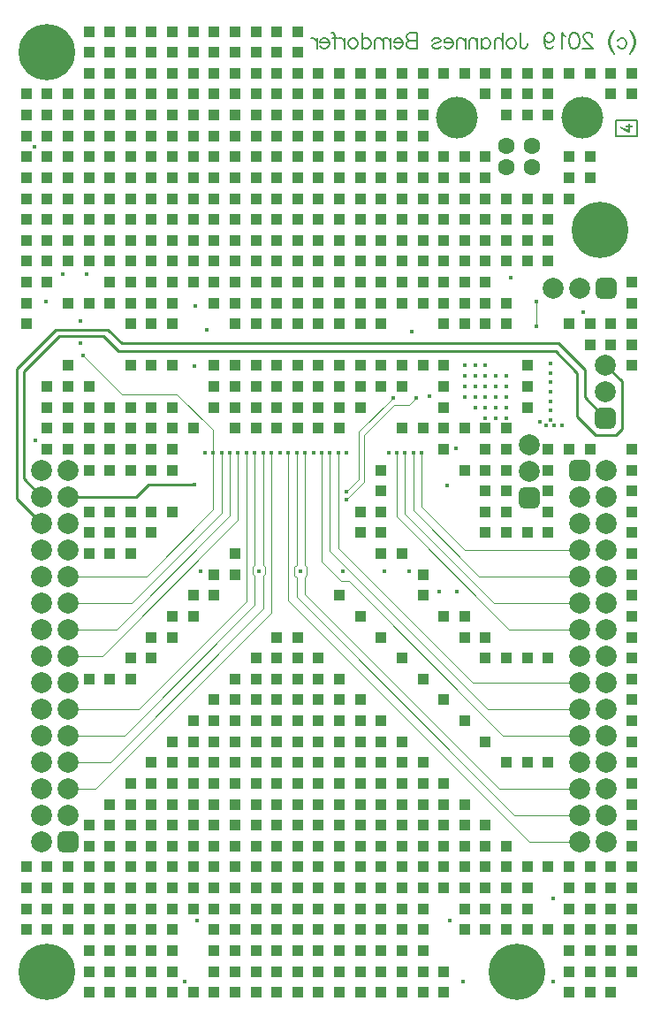
<source format=gbl>
G04*
G04 #@! TF.GenerationSoftware,Altium Limited,Altium Designer,19.0.15 (446)*
G04*
G04 Layer_Physical_Order=4*
G04 Layer_Color=16711680*
%FSLAX44Y44*%
%MOMM*%
G71*
G01*
G75*
%ADD10C,0.2500*%
%ADD11C,0.2000*%
%ADD48R,1.0000X1.0000*%
%ADD49R,1.0000X1.0000*%
%ADD60C,0.1000*%
%ADD62C,5.4000*%
G04:AMPARAMS|DCode=63|XSize=2mm|YSize=2mm|CornerRadius=0.5mm|HoleSize=0mm|Usage=FLASHONLY|Rotation=90.000|XOffset=0mm|YOffset=0mm|HoleType=Round|Shape=RoundedRectangle|*
%AMROUNDEDRECTD63*
21,1,2.0000,1.0000,0,0,90.0*
21,1,1.0000,2.0000,0,0,90.0*
1,1,1.0000,0.5000,0.5000*
1,1,1.0000,0.5000,-0.5000*
1,1,1.0000,-0.5000,-0.5000*
1,1,1.0000,-0.5000,0.5000*
%
%ADD63ROUNDEDRECTD63*%
%ADD64C,2.0000*%
G04:AMPARAMS|DCode=65|XSize=2mm|YSize=2mm|CornerRadius=0.5mm|HoleSize=0mm|Usage=FLASHONLY|Rotation=180.000|XOffset=0mm|YOffset=0mm|HoleType=Round|Shape=RoundedRectangle|*
%AMROUNDEDRECTD65*
21,1,2.0000,1.0000,0,0,180.0*
21,1,1.0000,2.0000,0,0,180.0*
1,1,1.0000,-0.5000,0.5000*
1,1,1.0000,0.5000,0.5000*
1,1,1.0000,0.5000,-0.5000*
1,1,1.0000,-0.5000,-0.5000*
%
%ADD65ROUNDEDRECTD65*%
%ADD66C,4.0000*%
%ADD67C,1.6000*%
%ADD68C,0.4500*%
G36*
X598523Y850052D02*
X601144D01*
Y848013D01*
X598523D01*
Y843478D01*
X596553D01*
X588856Y847056D01*
Y849081D01*
X596650Y845475D01*
Y848013D01*
X594182D01*
Y850052D01*
X596650D01*
Y851522D01*
X598523D01*
Y850052D01*
D02*
G37*
D10*
X17500Y511700D02*
X34600Y494600D01*
X17500Y511700D02*
Y614250D01*
X51250Y648000D01*
X93750D01*
X107900Y633850D01*
X527150D01*
X548000Y613000D01*
Y571250D02*
Y613000D01*
Y571250D02*
X565500Y553750D01*
X584750D01*
X590500Y559500D01*
Y604900D01*
X575000Y620400D02*
X590500Y604900D01*
X530000Y641250D02*
X555000Y616250D01*
Y589600D02*
Y616250D01*
Y589600D02*
X575000Y569600D01*
X111500Y641250D02*
X530000D01*
X98250Y654500D02*
X111500Y641250D01*
X48500Y654500D02*
X98250D01*
X11000Y617000D02*
X48500Y654500D01*
X11000Y492800D02*
Y617000D01*
Y492800D02*
X34600Y469200D01*
X60000Y494600D02*
X125350D01*
X137000Y506250D01*
X181000D01*
D11*
X585000Y840000D02*
Y855000D01*
Y840000D02*
X605000D01*
Y855000D01*
X585000D02*
X605000D01*
X598251Y941353D02*
X599679Y939925D01*
X601108Y937783D01*
X602536Y934926D01*
X603250Y931356D01*
Y928499D01*
X602536Y924928D01*
X601108Y922072D01*
X599679Y919929D01*
X598251Y918501D01*
X599679Y939925D02*
X601108Y937068D01*
X601822Y934926D01*
X602536Y931356D01*
Y928499D01*
X601822Y924928D01*
X601108Y922786D01*
X599679Y919929D01*
X586825Y931356D02*
X588253Y932784D01*
X589682Y933498D01*
X591824D01*
X593252Y932784D01*
X594680Y931356D01*
X595395Y929213D01*
Y927785D01*
X594680Y925642D01*
X593252Y924214D01*
X591824Y923500D01*
X589682D01*
X588253Y924214D01*
X586825Y925642D01*
X583611Y941353D02*
X582183Y939925D01*
X580755Y937783D01*
X579327Y934926D01*
X578612Y931356D01*
Y928499D01*
X579327Y924928D01*
X580755Y922072D01*
X582183Y919929D01*
X583611Y918501D01*
X582183Y939925D02*
X580755Y937068D01*
X580041Y934926D01*
X579327Y931356D01*
Y928499D01*
X580041Y924928D01*
X580755Y922786D01*
X582183Y919929D01*
X562473Y934926D02*
Y935640D01*
X561759Y937068D01*
X561045Y937783D01*
X559617Y938497D01*
X556760D01*
X555332Y937783D01*
X554618Y937068D01*
X553903Y935640D01*
Y934212D01*
X554618Y932784D01*
X556046Y930641D01*
X563187Y923500D01*
X553189D01*
X545548Y938497D02*
X547691Y937783D01*
X549119Y935640D01*
X549833Y932070D01*
Y929927D01*
X549119Y926357D01*
X547691Y924214D01*
X545548Y923500D01*
X544120D01*
X541977Y924214D01*
X540549Y926357D01*
X539835Y929927D01*
Y932070D01*
X540549Y935640D01*
X541977Y937783D01*
X544120Y938497D01*
X545548D01*
X536479Y935640D02*
X535050Y936354D01*
X532908Y938497D01*
Y923500D01*
X516197Y933498D02*
X516911Y931356D01*
X518340Y929927D01*
X520482Y929213D01*
X521196D01*
X523339Y929927D01*
X524767Y931356D01*
X525481Y933498D01*
Y934212D01*
X524767Y936354D01*
X523339Y937783D01*
X521196Y938497D01*
X520482D01*
X518340Y937783D01*
X516911Y936354D01*
X516197Y933498D01*
Y929927D01*
X516911Y926357D01*
X518340Y924214D01*
X520482Y923500D01*
X521910D01*
X524053Y924214D01*
X524767Y925642D01*
X493202Y938497D02*
Y927071D01*
X493916Y924928D01*
X494630Y924214D01*
X496059Y923500D01*
X497487D01*
X498915Y924214D01*
X499629Y924928D01*
X500344Y927071D01*
Y928499D01*
X485775Y933498D02*
X487203Y932784D01*
X488632Y931356D01*
X489346Y929213D01*
Y927785D01*
X488632Y925642D01*
X487203Y924214D01*
X485775Y923500D01*
X483633D01*
X482205Y924214D01*
X480776Y925642D01*
X480062Y927785D01*
Y929213D01*
X480776Y931356D01*
X482205Y932784D01*
X483633Y933498D01*
X485775D01*
X476777Y938497D02*
Y923500D01*
Y930641D02*
X474635Y932784D01*
X473206Y933498D01*
X471064D01*
X469636Y932784D01*
X468922Y930641D01*
Y923500D01*
X456424Y933498D02*
Y923500D01*
Y931356D02*
X457853Y932784D01*
X459281Y933498D01*
X461423D01*
X462852Y932784D01*
X464280Y931356D01*
X464994Y929213D01*
Y927785D01*
X464280Y925642D01*
X462852Y924214D01*
X461423Y923500D01*
X459281D01*
X457853Y924214D01*
X456424Y925642D01*
X452425Y933498D02*
Y923500D01*
Y930641D02*
X450283Y932784D01*
X448855Y933498D01*
X446712D01*
X445284Y932784D01*
X444570Y930641D01*
Y923500D01*
X440642Y933498D02*
Y923500D01*
Y930641D02*
X438500Y932784D01*
X437071Y933498D01*
X434929D01*
X433501Y932784D01*
X432787Y930641D01*
Y923500D01*
X428859Y929213D02*
X420289D01*
Y930641D01*
X421003Y932070D01*
X421717Y932784D01*
X423146Y933498D01*
X425288D01*
X426716Y932784D01*
X428145Y931356D01*
X428859Y929213D01*
Y927785D01*
X428145Y925642D01*
X426716Y924214D01*
X425288Y923500D01*
X423146D01*
X421717Y924214D01*
X420289Y925642D01*
X409220Y931356D02*
X409934Y932784D01*
X412077Y933498D01*
X414219D01*
X416362Y932784D01*
X417076Y931356D01*
X416362Y929927D01*
X414933Y929213D01*
X411363Y928499D01*
X409934Y927785D01*
X409220Y926357D01*
Y925642D01*
X409934Y924214D01*
X412077Y923500D01*
X414219D01*
X416362Y924214D01*
X417076Y925642D01*
X394295Y938497D02*
Y923500D01*
Y938497D02*
X387868D01*
X385725Y937783D01*
X385011Y937068D01*
X384297Y935640D01*
Y934212D01*
X385011Y932784D01*
X385725Y932070D01*
X387868Y931356D01*
X394295D02*
X387868D01*
X385725Y930641D01*
X385011Y929927D01*
X384297Y928499D01*
Y926357D01*
X385011Y924928D01*
X385725Y924214D01*
X387868Y923500D01*
X394295D01*
X380941Y929213D02*
X372371D01*
Y930641D01*
X373085Y932070D01*
X373799Y932784D01*
X375228Y933498D01*
X377370D01*
X378798Y932784D01*
X380226Y931356D01*
X380941Y929213D01*
Y927785D01*
X380226Y925642D01*
X378798Y924214D01*
X377370Y923500D01*
X375228D01*
X373799Y924214D01*
X372371Y925642D01*
X369157Y933498D02*
Y923500D01*
Y929213D02*
X368443Y931356D01*
X367015Y932784D01*
X365587Y933498D01*
X363444D01*
X362087D02*
Y923500D01*
Y930641D02*
X359945Y932784D01*
X358517Y933498D01*
X356374D01*
X354946Y932784D01*
X354232Y930641D01*
Y923500D01*
X341735Y938497D02*
Y923500D01*
Y931356D02*
X343163Y932784D01*
X344591Y933498D01*
X346734D01*
X348162Y932784D01*
X349590Y931356D01*
X350304Y929213D01*
Y927785D01*
X349590Y925642D01*
X348162Y924214D01*
X346734Y923500D01*
X344591D01*
X343163Y924214D01*
X341735Y925642D01*
X334165Y933498D02*
X335593Y932784D01*
X337021Y931356D01*
X337735Y929213D01*
Y927785D01*
X337021Y925642D01*
X335593Y924214D01*
X334165Y923500D01*
X332022D01*
X330594Y924214D01*
X329166Y925642D01*
X328452Y927785D01*
Y929213D01*
X329166Y931356D01*
X330594Y932784D01*
X332022Y933498D01*
X334165D01*
X325167D02*
Y923500D01*
Y929213D02*
X324453Y931356D01*
X323024Y932784D01*
X321596Y933498D01*
X319454D01*
X312384Y938497D02*
X313812D01*
X315240Y937783D01*
X315954Y935640D01*
Y923500D01*
X318097Y933498D02*
X313098D01*
X310241Y929213D02*
X301672D01*
Y930641D01*
X302386Y932070D01*
X303100Y932784D01*
X304528Y933498D01*
X306671D01*
X308099Y932784D01*
X309527Y931356D01*
X310241Y929213D01*
Y927785D01*
X309527Y925642D01*
X308099Y924214D01*
X306671Y923500D01*
X304528D01*
X303100Y924214D01*
X301672Y925642D01*
X298458Y933498D02*
Y923500D01*
Y929213D02*
X297744Y931356D01*
X296316Y932784D01*
X294888Y933498D01*
X292745D01*
D48*
X460000Y480000D02*
D03*
Y500000D02*
D03*
X480000Y480000D02*
D03*
Y500000D02*
D03*
Y520000D02*
D03*
Y540000D02*
D03*
X440000Y520000D02*
D03*
X460000Y540000D02*
D03*
Y520000D02*
D03*
X420000Y540000D02*
D03*
X440000Y560000D02*
D03*
X380000Y600000D02*
D03*
X360000D02*
D03*
X340000D02*
D03*
Y580000D02*
D03*
Y620000D02*
D03*
X360000D02*
D03*
X380000D02*
D03*
X400000D02*
D03*
X420000D02*
D03*
Y600000D02*
D03*
Y560000D02*
D03*
Y580000D02*
D03*
X400000Y560000D02*
D03*
X380000D02*
D03*
X540000Y660000D02*
D03*
X560000D02*
D03*
Y640000D02*
D03*
X580000D02*
D03*
Y660000D02*
D03*
X600000Y700000D02*
D03*
Y680000D02*
D03*
Y620000D02*
D03*
Y640000D02*
D03*
Y660000D02*
D03*
Y880000D02*
D03*
X580000D02*
D03*
X520000D02*
D03*
X500000D02*
D03*
X480000D02*
D03*
X460000D02*
D03*
X480000Y860000D02*
D03*
X520000D02*
D03*
X500000D02*
D03*
X540000Y780000D02*
D03*
Y800000D02*
D03*
Y820000D02*
D03*
X560000D02*
D03*
Y800000D02*
D03*
X140000Y460000D02*
D03*
Y480000D02*
D03*
X160000Y480000D02*
D03*
X120000D02*
D03*
X100000Y480000D02*
D03*
X80000Y480000D02*
D03*
X120000Y460000D02*
D03*
X100000Y460000D02*
D03*
X80000Y460000D02*
D03*
Y440000D02*
D03*
X100000Y440000D02*
D03*
X120000Y440000D02*
D03*
X80000Y320000D02*
D03*
X100000D02*
D03*
X120000D02*
D03*
Y340000D02*
D03*
X140000D02*
D03*
Y360000D02*
D03*
X160000D02*
D03*
Y380000D02*
D03*
X180000D02*
D03*
Y400000D02*
D03*
X200000D02*
D03*
X220000Y440000D02*
D03*
Y420000D02*
D03*
X200000D02*
D03*
X360000Y520000D02*
D03*
Y500000D02*
D03*
Y480000D02*
D03*
X340000D02*
D03*
Y460000D02*
D03*
X400000Y420000D02*
D03*
X360000Y460000D02*
D03*
X380000Y440000D02*
D03*
X360000D02*
D03*
X400000Y400000D02*
D03*
X420000Y380000D02*
D03*
X440000D02*
D03*
X460000Y360000D02*
D03*
X440000D02*
D03*
X460000Y340000D02*
D03*
X480000D02*
D03*
X500000D02*
D03*
X520000D02*
D03*
X480000Y240000D02*
D03*
X500000D02*
D03*
X520000D02*
D03*
X600000Y540000D02*
D03*
Y520000D02*
D03*
Y500000D02*
D03*
Y420000D02*
D03*
Y440000D02*
D03*
Y460000D02*
D03*
Y480000D02*
D03*
Y400000D02*
D03*
Y380000D02*
D03*
Y360000D02*
D03*
Y280000D02*
D03*
Y300000D02*
D03*
Y320000D02*
D03*
Y340000D02*
D03*
Y260000D02*
D03*
Y240000D02*
D03*
Y220000D02*
D03*
Y160000D02*
D03*
Y180000D02*
D03*
Y200000D02*
D03*
Y220000D02*
D03*
Y140000D02*
D03*
Y120000D02*
D03*
Y100000D02*
D03*
Y60000D02*
D03*
Y80000D02*
D03*
X580000Y20000D02*
D03*
Y40000D02*
D03*
Y60000D02*
D03*
X560000Y40000D02*
D03*
Y60000D02*
D03*
X540000Y40000D02*
D03*
Y60000D02*
D03*
X580000Y140000D02*
D03*
X520000D02*
D03*
X540000D02*
D03*
Y120000D02*
D03*
Y100000D02*
D03*
X560000Y140000D02*
D03*
Y120000D02*
D03*
Y100000D02*
D03*
X580000Y120000D02*
D03*
Y100000D02*
D03*
Y80000D02*
D03*
D49*
X60000Y760000D02*
D03*
X40000D02*
D03*
X20000D02*
D03*
X80000D02*
D03*
X60000Y740000D02*
D03*
X40000D02*
D03*
X20000D02*
D03*
X80000D02*
D03*
X320000Y400000D02*
D03*
X340000Y380000D02*
D03*
X360000Y360000D02*
D03*
X380000Y340000D02*
D03*
X400000Y320000D02*
D03*
X420000Y300000D02*
D03*
X440000Y280000D02*
D03*
X460000Y260000D02*
D03*
X500000Y620000D02*
D03*
Y600000D02*
D03*
Y580000D02*
D03*
X460000Y560000D02*
D03*
X480000D02*
D03*
X520000Y480000D02*
D03*
Y500000D02*
D03*
Y520000D02*
D03*
Y540000D02*
D03*
X560000D02*
D03*
X540000D02*
D03*
X520000Y460000D02*
D03*
X500000D02*
D03*
X480000D02*
D03*
X460000D02*
D03*
X600000Y900000D02*
D03*
X560000D02*
D03*
X580000D02*
D03*
X540000D02*
D03*
X520000D02*
D03*
X420000D02*
D03*
X440000D02*
D03*
X460000D02*
D03*
X480000D02*
D03*
X500000D02*
D03*
X320000D02*
D03*
X300000D02*
D03*
X280000D02*
D03*
X260000D02*
D03*
X240000D02*
D03*
X220000D02*
D03*
X200000D02*
D03*
X340000D02*
D03*
X360000D02*
D03*
X200000Y920000D02*
D03*
X220000D02*
D03*
X240000D02*
D03*
X260000D02*
D03*
X280000D02*
D03*
X200000Y940000D02*
D03*
X220000D02*
D03*
X240000D02*
D03*
X260000D02*
D03*
X280000D02*
D03*
X140000D02*
D03*
X120000D02*
D03*
X100000D02*
D03*
X160000D02*
D03*
X180000D02*
D03*
X140000Y920000D02*
D03*
X120000D02*
D03*
X100000D02*
D03*
X160000D02*
D03*
X180000D02*
D03*
Y900000D02*
D03*
X160000D02*
D03*
X100000D02*
D03*
X120000D02*
D03*
X140000D02*
D03*
X400000D02*
D03*
X380000D02*
D03*
X500000Y780000D02*
D03*
X520000D02*
D03*
X500000Y740000D02*
D03*
X520000D02*
D03*
Y760000D02*
D03*
X500000D02*
D03*
X520000Y720000D02*
D03*
X500000D02*
D03*
X460000Y820000D02*
D03*
Y760000D02*
D03*
X480000D02*
D03*
Y740000D02*
D03*
X460000D02*
D03*
X480000Y780000D02*
D03*
X460000D02*
D03*
Y800000D02*
D03*
Y720000D02*
D03*
X480000D02*
D03*
X460000Y700000D02*
D03*
Y660000D02*
D03*
X480000D02*
D03*
Y680000D02*
D03*
X460000D02*
D03*
X440000Y820000D02*
D03*
X420000D02*
D03*
Y760000D02*
D03*
X440000D02*
D03*
Y740000D02*
D03*
X420000D02*
D03*
X440000Y780000D02*
D03*
X420000D02*
D03*
X440000Y800000D02*
D03*
X420000D02*
D03*
Y720000D02*
D03*
X440000D02*
D03*
X420000Y700000D02*
D03*
X440000D02*
D03*
X420000Y660000D02*
D03*
X440000D02*
D03*
Y680000D02*
D03*
X420000D02*
D03*
X380000Y840000D02*
D03*
X400000D02*
D03*
Y820000D02*
D03*
X380000D02*
D03*
X400000Y860000D02*
D03*
X380000D02*
D03*
X400000Y880000D02*
D03*
X380000D02*
D03*
Y760000D02*
D03*
X400000D02*
D03*
Y740000D02*
D03*
X380000D02*
D03*
X400000Y780000D02*
D03*
X380000D02*
D03*
X400000Y800000D02*
D03*
X380000D02*
D03*
Y720000D02*
D03*
X400000D02*
D03*
X380000Y700000D02*
D03*
X400000D02*
D03*
Y680000D02*
D03*
X380000D02*
D03*
X80000Y940000D02*
D03*
Y920000D02*
D03*
Y900000D02*
D03*
X20000Y680000D02*
D03*
Y660000D02*
D03*
X60000Y680000D02*
D03*
X80000D02*
D03*
X160000Y660000D02*
D03*
X120000D02*
D03*
X140000D02*
D03*
Y680000D02*
D03*
X120000D02*
D03*
X100000D02*
D03*
X160000D02*
D03*
X140000Y840000D02*
D03*
X120000D02*
D03*
X100000D02*
D03*
X80000D02*
D03*
X60000D02*
D03*
X40000D02*
D03*
X20000D02*
D03*
X160000D02*
D03*
X180000D02*
D03*
Y820000D02*
D03*
X160000D02*
D03*
X20000D02*
D03*
X40000D02*
D03*
X60000D02*
D03*
X80000D02*
D03*
X100000D02*
D03*
X120000D02*
D03*
X140000D02*
D03*
X180000Y860000D02*
D03*
X160000D02*
D03*
X20000D02*
D03*
X40000D02*
D03*
X60000D02*
D03*
X80000D02*
D03*
X100000D02*
D03*
X120000D02*
D03*
X140000D02*
D03*
X180000Y880000D02*
D03*
X160000D02*
D03*
X20000D02*
D03*
X40000D02*
D03*
X60000D02*
D03*
X80000D02*
D03*
X100000D02*
D03*
X120000D02*
D03*
X140000D02*
D03*
Y760000D02*
D03*
X120000D02*
D03*
X100000D02*
D03*
X160000D02*
D03*
X180000D02*
D03*
Y740000D02*
D03*
X160000D02*
D03*
X100000D02*
D03*
X120000D02*
D03*
X140000D02*
D03*
X180000Y780000D02*
D03*
X160000D02*
D03*
X20000D02*
D03*
X40000D02*
D03*
X60000D02*
D03*
X80000D02*
D03*
X100000D02*
D03*
X120000D02*
D03*
X140000D02*
D03*
X180000Y800000D02*
D03*
X160000D02*
D03*
X20000D02*
D03*
X40000D02*
D03*
X60000D02*
D03*
X80000D02*
D03*
X100000D02*
D03*
X120000D02*
D03*
X140000D02*
D03*
Y720000D02*
D03*
X120000D02*
D03*
X100000D02*
D03*
X80000D02*
D03*
X60000D02*
D03*
X40000D02*
D03*
X20000D02*
D03*
X160000D02*
D03*
X180000D02*
D03*
X140000Y700000D02*
D03*
X120000D02*
D03*
X100000D02*
D03*
X40000D02*
D03*
X20000D02*
D03*
X160000D02*
D03*
X180000D02*
D03*
X80000Y580000D02*
D03*
X60000D02*
D03*
Y560000D02*
D03*
X80000D02*
D03*
X120000D02*
D03*
X100000D02*
D03*
Y540000D02*
D03*
X120000D02*
D03*
X140000D02*
D03*
Y560000D02*
D03*
X160000D02*
D03*
X180000D02*
D03*
X160000Y540000D02*
D03*
Y520000D02*
D03*
X140000D02*
D03*
X120000D02*
D03*
X100000D02*
D03*
X80000D02*
D03*
Y540000D02*
D03*
X60000D02*
D03*
X40000D02*
D03*
Y560000D02*
D03*
Y580000D02*
D03*
X60000Y600000D02*
D03*
X40000D02*
D03*
X60000Y620000D02*
D03*
X80000Y600000D02*
D03*
X100000Y580000D02*
D03*
X120000D02*
D03*
X140000D02*
D03*
X160000D02*
D03*
X120000Y620000D02*
D03*
X140000D02*
D03*
X160000D02*
D03*
X300000D02*
D03*
X280000D02*
D03*
X260000D02*
D03*
X240000D02*
D03*
X220000D02*
D03*
X200000D02*
D03*
X320000D02*
D03*
X300000Y600000D02*
D03*
X280000D02*
D03*
X260000D02*
D03*
X240000D02*
D03*
X220000D02*
D03*
X200000D02*
D03*
X320000D02*
D03*
X300000Y560000D02*
D03*
X280000D02*
D03*
X260000D02*
D03*
X240000D02*
D03*
X220000D02*
D03*
X320000D02*
D03*
Y580000D02*
D03*
X200000D02*
D03*
X220000D02*
D03*
X240000D02*
D03*
X260000D02*
D03*
X280000D02*
D03*
X300000D02*
D03*
X320000Y680000D02*
D03*
X300000D02*
D03*
X280000D02*
D03*
X260000D02*
D03*
X240000D02*
D03*
X220000D02*
D03*
X200000D02*
D03*
X340000D02*
D03*
X360000D02*
D03*
Y660000D02*
D03*
X340000D02*
D03*
X220000D02*
D03*
X240000D02*
D03*
X260000D02*
D03*
X280000D02*
D03*
X300000D02*
D03*
X320000D02*
D03*
X360000Y700000D02*
D03*
X340000D02*
D03*
X200000D02*
D03*
X220000D02*
D03*
X240000D02*
D03*
X260000D02*
D03*
X280000D02*
D03*
X300000D02*
D03*
X320000D02*
D03*
X360000Y720000D02*
D03*
X340000D02*
D03*
X200000D02*
D03*
X220000D02*
D03*
X240000D02*
D03*
X260000D02*
D03*
X280000D02*
D03*
X300000D02*
D03*
X320000D02*
D03*
Y800000D02*
D03*
X300000D02*
D03*
X280000D02*
D03*
X260000D02*
D03*
X240000D02*
D03*
X220000D02*
D03*
X200000D02*
D03*
X340000D02*
D03*
X360000D02*
D03*
X320000Y780000D02*
D03*
X300000D02*
D03*
X280000D02*
D03*
X260000D02*
D03*
X240000D02*
D03*
X220000D02*
D03*
X200000D02*
D03*
X340000D02*
D03*
X360000D02*
D03*
X320000Y740000D02*
D03*
X300000D02*
D03*
X280000D02*
D03*
X260000D02*
D03*
X240000D02*
D03*
X220000D02*
D03*
X200000D02*
D03*
X340000D02*
D03*
X360000D02*
D03*
Y760000D02*
D03*
X340000D02*
D03*
X200000D02*
D03*
X220000D02*
D03*
X240000D02*
D03*
X260000D02*
D03*
X280000D02*
D03*
X300000D02*
D03*
X320000D02*
D03*
Y880000D02*
D03*
X300000D02*
D03*
X280000D02*
D03*
X260000D02*
D03*
X240000D02*
D03*
X220000D02*
D03*
X200000D02*
D03*
X340000D02*
D03*
X360000D02*
D03*
X320000Y860000D02*
D03*
X300000D02*
D03*
X280000D02*
D03*
X260000D02*
D03*
X240000D02*
D03*
X220000D02*
D03*
X200000D02*
D03*
X340000D02*
D03*
X360000D02*
D03*
X320000Y820000D02*
D03*
X300000D02*
D03*
X280000D02*
D03*
X260000D02*
D03*
X240000D02*
D03*
X220000D02*
D03*
X200000D02*
D03*
X340000D02*
D03*
X360000D02*
D03*
Y840000D02*
D03*
X340000D02*
D03*
X200000D02*
D03*
X220000D02*
D03*
X240000D02*
D03*
X260000D02*
D03*
X280000D02*
D03*
X300000D02*
D03*
X320000D02*
D03*
X600000Y40000D02*
D03*
X540000Y20000D02*
D03*
X560000D02*
D03*
Y80000D02*
D03*
X540000D02*
D03*
X520000D02*
D03*
X60000D02*
D03*
X40000D02*
D03*
X20000D02*
D03*
Y100000D02*
D03*
X40000D02*
D03*
X60000D02*
D03*
X20000Y120000D02*
D03*
X40000D02*
D03*
X60000D02*
D03*
Y140000D02*
D03*
X40000Y140000D02*
D03*
X20000D02*
D03*
X80000D02*
D03*
X100000D02*
D03*
X180000Y240000D02*
D03*
Y260000D02*
D03*
X200000D02*
D03*
Y240000D02*
D03*
Y220000D02*
D03*
X180000D02*
D03*
X160000D02*
D03*
X140000D02*
D03*
X80000Y180000D02*
D03*
X100000Y160000D02*
D03*
X80000D02*
D03*
X100000Y180000D02*
D03*
X100000Y200000D02*
D03*
X120000Y220000D02*
D03*
X160000Y240000D02*
D03*
X140000D02*
D03*
X160000Y260000D02*
D03*
X200000Y280000D02*
D03*
X180000D02*
D03*
X200000Y300000D02*
D03*
X240000Y340000D02*
D03*
X500000Y120000D02*
D03*
X480000D02*
D03*
Y100000D02*
D03*
X500000D02*
D03*
Y80000D02*
D03*
X480000D02*
D03*
X460000Y80000D02*
D03*
X440000D02*
D03*
X460000Y100000D02*
D03*
X440000D02*
D03*
Y120000D02*
D03*
X460000D02*
D03*
Y140000D02*
D03*
X440000D02*
D03*
X460000Y160000D02*
D03*
X440000D02*
D03*
X400000Y40000D02*
D03*
X420000D02*
D03*
Y20000D02*
D03*
X400000D02*
D03*
Y60000D02*
D03*
Y80000D02*
D03*
Y160000D02*
D03*
X420000D02*
D03*
X400000Y140000D02*
D03*
X420000D02*
D03*
X400000Y100000D02*
D03*
X420000Y120000D02*
D03*
X400000D02*
D03*
Y180000D02*
D03*
X420000D02*
D03*
Y200000D02*
D03*
X400000D02*
D03*
X500000Y140000D02*
D03*
X480000D02*
D03*
Y160000D02*
D03*
X460000Y180000D02*
D03*
X440000D02*
D03*
Y200000D02*
D03*
X420000Y220000D02*
D03*
X400000D02*
D03*
Y240000D02*
D03*
X380000Y260000D02*
D03*
X360000D02*
D03*
Y280000D02*
D03*
X340000Y300000D02*
D03*
X320000D02*
D03*
Y320000D02*
D03*
X280000Y360000D02*
D03*
X260000D02*
D03*
Y340000D02*
D03*
X280000D02*
D03*
X300000D02*
D03*
X340000Y280000D02*
D03*
X320000D02*
D03*
X340000Y260000D02*
D03*
X320000D02*
D03*
X300000Y280000D02*
D03*
X280000D02*
D03*
X260000D02*
D03*
X240000D02*
D03*
X220000D02*
D03*
X300000Y260000D02*
D03*
X280000D02*
D03*
X260000D02*
D03*
X240000D02*
D03*
X220000D02*
D03*
X300000Y300000D02*
D03*
X280000D02*
D03*
X260000D02*
D03*
X240000D02*
D03*
X220000D02*
D03*
Y320000D02*
D03*
X240000D02*
D03*
X260000D02*
D03*
X280000D02*
D03*
X300000D02*
D03*
X200000Y160000D02*
D03*
X180000D02*
D03*
X160000D02*
D03*
X140000D02*
D03*
X120000D02*
D03*
X200000Y140000D02*
D03*
X180000D02*
D03*
X160000D02*
D03*
X140000D02*
D03*
X120000D02*
D03*
X200000Y180000D02*
D03*
X180000D02*
D03*
X160000D02*
D03*
X140000D02*
D03*
X120000D02*
D03*
Y200000D02*
D03*
X140000D02*
D03*
X160000D02*
D03*
X180000D02*
D03*
X200000D02*
D03*
Y40000D02*
D03*
X160000D02*
D03*
X140000D02*
D03*
X120000D02*
D03*
X100000D02*
D03*
X80000D02*
D03*
X200000Y20000D02*
D03*
X180000D02*
D03*
X160000D02*
D03*
X140000D02*
D03*
X120000D02*
D03*
X100000D02*
D03*
X80000D02*
D03*
X200000Y120000D02*
D03*
X180000D02*
D03*
X160000D02*
D03*
X140000D02*
D03*
X120000D02*
D03*
X100000D02*
D03*
X80000D02*
D03*
X200000Y100000D02*
D03*
X180000D02*
D03*
X160000D02*
D03*
X140000D02*
D03*
X120000D02*
D03*
X100000D02*
D03*
X80000D02*
D03*
X200000Y60000D02*
D03*
X160000D02*
D03*
X140000D02*
D03*
X120000D02*
D03*
X100000D02*
D03*
X80000D02*
D03*
Y80000D02*
D03*
X100000D02*
D03*
X120000D02*
D03*
X140000D02*
D03*
X160000D02*
D03*
X200000D02*
D03*
X340000Y200000D02*
D03*
X320000D02*
D03*
X300000D02*
D03*
X280000D02*
D03*
X260000D02*
D03*
X240000D02*
D03*
X220000D02*
D03*
X360000D02*
D03*
X380000D02*
D03*
Y180000D02*
D03*
X360000D02*
D03*
X220000D02*
D03*
X240000D02*
D03*
X260000D02*
D03*
X280000D02*
D03*
X300000D02*
D03*
X320000D02*
D03*
X340000D02*
D03*
X380000Y220000D02*
D03*
X360000D02*
D03*
X220000D02*
D03*
X240000D02*
D03*
X260000D02*
D03*
X280000D02*
D03*
X300000D02*
D03*
X320000D02*
D03*
X340000D02*
D03*
X380000Y240000D02*
D03*
X360000D02*
D03*
X220000D02*
D03*
X240000D02*
D03*
X260000D02*
D03*
X280000D02*
D03*
X300000D02*
D03*
X320000D02*
D03*
X340000D02*
D03*
Y120000D02*
D03*
X320000D02*
D03*
X300000D02*
D03*
X280000D02*
D03*
X260000D02*
D03*
X240000D02*
D03*
X220000D02*
D03*
X360000D02*
D03*
X380000D02*
D03*
Y100000D02*
D03*
X360000D02*
D03*
X220000D02*
D03*
X240000D02*
D03*
X260000D02*
D03*
X280000D02*
D03*
X300000D02*
D03*
X320000D02*
D03*
X340000D02*
D03*
X380000Y140000D02*
D03*
X360000D02*
D03*
X220000D02*
D03*
X240000D02*
D03*
X260000D02*
D03*
X280000D02*
D03*
X300000D02*
D03*
X320000D02*
D03*
X340000D02*
D03*
X380000Y160000D02*
D03*
X360000D02*
D03*
X220000D02*
D03*
X240000D02*
D03*
X260000D02*
D03*
X280000D02*
D03*
X300000D02*
D03*
X320000D02*
D03*
X340000D02*
D03*
Y80000D02*
D03*
X320000D02*
D03*
X300000D02*
D03*
X280000D02*
D03*
X260000D02*
D03*
X240000D02*
D03*
X220000D02*
D03*
X360000D02*
D03*
X380000D02*
D03*
X340000Y60000D02*
D03*
X320000D02*
D03*
X300000D02*
D03*
X280000D02*
D03*
X260000D02*
D03*
X240000D02*
D03*
X220000D02*
D03*
X360000D02*
D03*
X380000D02*
D03*
X340000Y20000D02*
D03*
X320000D02*
D03*
X300000D02*
D03*
X280000D02*
D03*
X260000D02*
D03*
X240000D02*
D03*
X220000D02*
D03*
X360000D02*
D03*
X380000D02*
D03*
Y40000D02*
D03*
X360000D02*
D03*
X220000D02*
D03*
X240000D02*
D03*
X260000D02*
D03*
X280000D02*
D03*
X300000D02*
D03*
X320000D02*
D03*
X340000D02*
D03*
D60*
X477000Y266000D02*
X550000D01*
X303000Y432250D02*
X321250Y414000D01*
X329000D02*
X477000Y266000D01*
X321250Y414000D02*
X329000D01*
X508750Y681000D02*
X508808Y680942D01*
Y657750D02*
Y680942D01*
X199000Y536500D02*
Y558250D01*
X164500Y592750D02*
X199000Y558250D01*
X111450Y592750D02*
X164500D01*
X74100Y630100D02*
X111450Y592750D01*
X372250Y582000D02*
X386500D01*
X394000Y589500D01*
X343750Y553500D02*
X372250Y582000D01*
X343750Y508500D02*
Y553500D01*
X327000Y491750D02*
X343750Y508500D01*
X338750Y511000D02*
Y556500D01*
X371500Y589250D01*
X327000Y499250D02*
X338750Y511000D01*
X277000Y427000D02*
X279000Y429000D01*
X277000Y419250D02*
Y427000D01*
Y419250D02*
X279000Y417250D01*
X287000Y429000D02*
X289000Y427000D01*
Y419500D02*
Y427000D01*
X287000Y417500D02*
X289000Y419500D01*
X237000Y427000D02*
X239000Y429000D01*
X237000Y420500D02*
Y427000D01*
Y420500D02*
X239000Y418500D01*
X247000Y429000D02*
X249000Y427000D01*
Y420500D02*
Y427000D01*
X247000Y418500D02*
X249000Y420500D01*
X239000Y429000D02*
Y536500D01*
Y390750D02*
Y418500D01*
X247000Y429000D02*
Y536500D01*
Y387250D02*
Y418500D01*
X287000Y401500D02*
Y417500D01*
X279000Y398250D02*
Y417250D01*
Y429000D02*
Y536500D01*
X287000Y429000D02*
Y536500D01*
X303000Y432250D02*
Y536500D01*
X399000Y484750D02*
X439950Y443800D01*
X550000D01*
X399000Y484750D02*
Y536500D01*
X375000Y475250D02*
X482650Y367600D01*
X550000D01*
X375000Y475250D02*
Y536500D01*
X383000Y478000D02*
X468000Y393000D01*
X550000D01*
X383000Y478000D02*
Y536500D01*
X391000Y481250D02*
X453850Y418400D01*
X550000D01*
X391000Y481250D02*
Y536500D01*
X271000Y395000D02*
X501600Y164400D01*
X550000D01*
X271000Y395000D02*
Y536500D01*
X279000Y398250D02*
X487450Y189800D01*
X550000D01*
X287000Y401500D02*
X473300Y215200D01*
X550000D01*
X311000Y442500D02*
X462100Y291400D01*
X550000D01*
X311000Y442500D02*
Y536500D01*
X319000Y445250D02*
X447450Y316800D01*
X550000D01*
X319000Y445250D02*
Y536500D01*
X60000Y215200D02*
X86700D01*
X255000Y383500D01*
Y536500D01*
X60000Y240600D02*
X100350D01*
X247000Y387250D01*
X60000Y266000D02*
X114250D01*
X239000Y390750D01*
X60000Y291400D02*
X128150D01*
X231000Y394250D01*
Y536500D01*
X60000Y342200D02*
X92700D01*
X223000Y472500D01*
Y536500D01*
X60000Y367600D02*
X106350D01*
X215000Y476250D01*
Y536500D01*
X60000Y393000D02*
X120750D01*
X207000Y479250D01*
Y536500D01*
X60000Y418400D02*
X135400D01*
X199000Y482000D01*
Y536500D01*
D62*
X570000Y750000D02*
D03*
X490000Y40000D02*
D03*
X40000D02*
D03*
Y920000D02*
D03*
D63*
X575000Y569600D02*
D03*
X550000Y520000D02*
D03*
X60000Y164400D02*
D03*
X502000Y493600D02*
D03*
D64*
X575000Y595000D02*
D03*
Y620400D02*
D03*
X550000Y694000D02*
D03*
X524600D02*
D03*
X550000Y266000D02*
D03*
X575400D02*
D03*
X550000Y240600D02*
D03*
X575400D02*
D03*
X550000Y215200D02*
D03*
X575400D02*
D03*
X550000Y189800D02*
D03*
X575400D02*
D03*
X550000Y164400D02*
D03*
X575400D02*
D03*
Y291400D02*
D03*
X550000D02*
D03*
X575400Y316800D02*
D03*
X550000D02*
D03*
X575400Y342200D02*
D03*
X550000D02*
D03*
X575400Y367600D02*
D03*
X550000D02*
D03*
X575400Y393000D02*
D03*
X550000D02*
D03*
X575400Y418400D02*
D03*
X550000D02*
D03*
X575400Y443800D02*
D03*
X550000D02*
D03*
X575400Y469200D02*
D03*
X550000D02*
D03*
X575400Y494600D02*
D03*
X550000D02*
D03*
X575400Y520000D02*
D03*
X60000Y418400D02*
D03*
X34600D02*
D03*
X60000Y443800D02*
D03*
X34600D02*
D03*
X60000Y469200D02*
D03*
X34600D02*
D03*
X60000Y494600D02*
D03*
X34600D02*
D03*
X60000Y520000D02*
D03*
X34600D02*
D03*
Y393000D02*
D03*
X60000D02*
D03*
X34600Y367600D02*
D03*
X60000D02*
D03*
X34600Y342200D02*
D03*
X60000D02*
D03*
X34600Y316800D02*
D03*
X60000D02*
D03*
X34600Y291400D02*
D03*
X60000D02*
D03*
X34600Y266000D02*
D03*
X60000D02*
D03*
X34600Y240600D02*
D03*
X60000D02*
D03*
X34600Y215200D02*
D03*
X60000D02*
D03*
X34600Y189800D02*
D03*
X60000D02*
D03*
X34600Y164400D02*
D03*
X502000Y519000D02*
D03*
Y544400D02*
D03*
D65*
X575400Y694000D02*
D03*
D66*
X432200Y857100D02*
D03*
X552600D02*
D03*
D67*
X480000Y830000D02*
D03*
X504900D02*
D03*
Y810000D02*
D03*
X479900D02*
D03*
D68*
X389750Y652750D02*
D03*
X406000Y591000D02*
D03*
X415500Y404000D02*
D03*
X432500D02*
D03*
X525000Y109750D02*
D03*
Y30250D02*
D03*
X438500Y30000D02*
D03*
X171500D02*
D03*
X184000Y89000D02*
D03*
X426000D02*
D03*
X28250Y829750D02*
D03*
X28500Y548500D02*
D03*
X54600Y708000D02*
D03*
X77400Y708000D02*
D03*
X38500Y681000D02*
D03*
X71500Y641250D02*
D03*
Y663100D02*
D03*
X181000Y619750D02*
D03*
X181750Y677000D02*
D03*
X193000Y654500D02*
D03*
X431500Y541000D02*
D03*
X554000Y671500D02*
D03*
X484500Y704000D02*
D03*
X508750Y681000D02*
D03*
X440000Y620000D02*
D03*
X450000D02*
D03*
X460000D02*
D03*
X480000Y610000D02*
D03*
Y600000D02*
D03*
Y590000D02*
D03*
Y580000D02*
D03*
Y570000D02*
D03*
X470000D02*
D03*
X460000D02*
D03*
X470000Y580000D02*
D03*
Y590000D02*
D03*
X460000D02*
D03*
X470000Y600000D02*
D03*
X460000D02*
D03*
X450000D02*
D03*
X460000Y580000D02*
D03*
X450000D02*
D03*
Y590000D02*
D03*
X440000D02*
D03*
Y600000D02*
D03*
Y610000D02*
D03*
X450000D02*
D03*
X460000D02*
D03*
X470000D02*
D03*
X533250Y562750D02*
D03*
X512500Y566250D02*
D03*
X525750Y562750D02*
D03*
X518250D02*
D03*
X522000Y622000D02*
D03*
X522000Y613000D02*
D03*
Y568000D02*
D03*
Y577000D02*
D03*
Y595000D02*
D03*
Y586000D02*
D03*
X522000Y604000D02*
D03*
X508808Y657750D02*
D03*
X74100Y630100D02*
D03*
X181000Y506250D02*
D03*
X327000Y491750D02*
D03*
Y499250D02*
D03*
X394000Y589500D02*
D03*
X371500Y589250D02*
D03*
X423000Y505500D02*
D03*
X367000Y536500D02*
D03*
X387000Y423500D02*
D03*
X363000D02*
D03*
X187000D02*
D03*
X323000D02*
D03*
X283000D02*
D03*
X243000D02*
D03*
X191000Y536500D02*
D03*
X327000D02*
D03*
X295000D02*
D03*
X263000D02*
D03*
X399000D02*
D03*
X391000D02*
D03*
X383000D02*
D03*
X375000D02*
D03*
X319000D02*
D03*
X311000D02*
D03*
X303000D02*
D03*
X287000D02*
D03*
X279000D02*
D03*
X271000D02*
D03*
X255000D02*
D03*
X247000D02*
D03*
X239000D02*
D03*
X231000D02*
D03*
X223000D02*
D03*
X215000D02*
D03*
X207000D02*
D03*
X199000D02*
D03*
M02*

</source>
